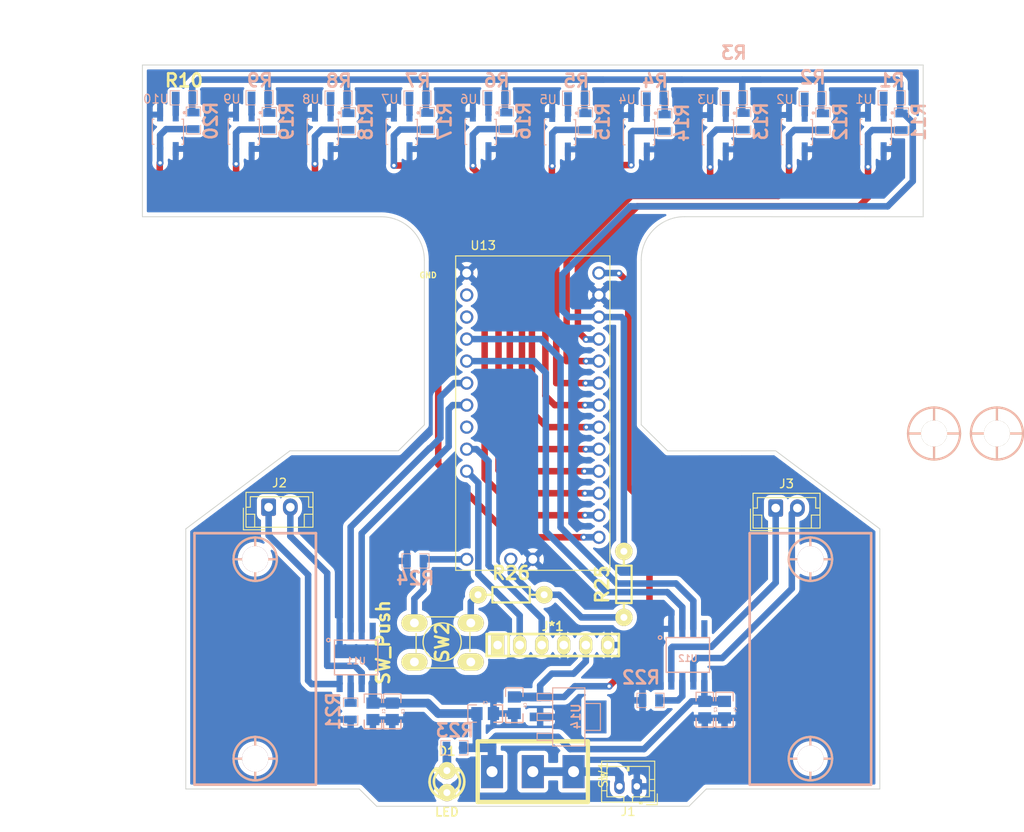
<source format=kicad_pcb>
(kicad_pcb (version 20211014) (generator pcbnew)
  (layers (0 "F.Cu" signal) (31 "B.Cu" signal) (34 "B.Paste" user) (35 "F.Paste" user) (36 "B.SilkS" user "B.Silkscreen") (37 "F.SilkS" user "F.Silkscreen") (38 "B.Mask" user) (39 "F.Mask" user) (44 "Edge.Cuts" user))
  (net 0 "")
  (net 1 "VCC")
  (net 2 "GND")
  (net 3 "+5V")
  (net 4 "Net-(D1-Pad2)")
  (net 5 "Net-(J1-Pad2)")
  (net 6 "/MOTOR_IZQ_L")
  (net 7 "/MOTOR_IZQ_R")
  (net 8 "/MOTOR_DER_L")
  (net 9 "/MOTOR_DER_R")
  (net 10 "+3V3")
  (net 11 "Net-(R1-Pad2)")
  (net 12 "Net-(R2-Pad2)")
  (net 13 "Net-(R3-Pad2)")
  (net 14 "Net-(R4-Pad2)")
  (net 15 "Net-(R5-Pad2)")
  (net 16 "Net-(R6-Pad2)")
  (net 17 "Net-(R7-Pad2)")
  (net 18 "Net-(R8-Pad2)")
  (net 19 "Net-(R9-Pad2)")
  (net 20 "Net-(R10-Pad2)")
  (net 21 "/A9")
  (net 22 "/A6")
  (net 23 "/A7")
  (net 24 "/A8")
  (net 25 "/A2")
  (net 26 "/A3")
  (net 27 "/A4")
  (net 28 "/A5")
  (net 29 "/A0")
  (net 30 "/A1")
  (net 31 "Net-(R21-Pad1)")
  (net 32 "Net-(R22-Pad1)")
  (net 33 "/PIN_ENTER")
  (net 34 "/PIN_L_DER")
  (net 35 "/PIN_R_DER")
  (net 37 "/PIN_L_IZQ")
  (net 38 "/PIN_R_IZQ")
  (net 44 "/Tx")
  (net 45 "/Rx")
  (footprint "EESTN5:RES0.3" (layer "F.Cu") (at 150.5 116.4 90)
    (fp_text reference "R25")
    (fp_text value "0" hide)
  )
  (footprint "EESTN5:HC-05" (layer "F.Cu") (at 142.3 123.4)
    (fp_text reference "J*1")
    (fp_text value "HC-05" hide)
  )
  (footprint "EESTN5:RES0.3" (layer "F.Cu") (at 137.5 117.6)
    (fp_text reference "R26")
    (fp_text value "0" hide)
  )
  (footprint "EESTN5:hole_3mm" (layer "F.Cu") (at 193.5 99)
    (fp_text reference "H1" hide)
    (fp_text value "Mounting_Hole" hide)
  )
  (footprint "Connector_JST:JST_EH_B2B-EH-A_1x02_P2.50mm_Vertical" (layer "F.Cu") (at 168 107.6)
    (fp_text reference "J3")
    (fp_text value "MOTOR DERECHO")
  )
  (footprint "EESTN5:led_3mm_clear" (layer "F.Cu") (at 130.1 139.15 180)
    (fp_text reference "D1")
    (fp_text value "LED")
  )
  (footprint "EESTN5:SW_SPDT_TH_Vertical" (layer "F.Cu") (at 140 138 -90)
    (fp_text reference "SW1")
    (fp_text value "SW_SPDT" hide)
  )
  (footprint "Connector_JST:JST_PH_B2B-PH-K_1x02_P2.00mm_Vertical" (layer "F.Cu") (at 151.99 139.7 180)
    (fp_text reference "J1")
    (fp_text value "BATT")
  )
  (footprint "EESTN5:hole_3mm" (layer "F.Cu") (at 186.25 99)
    (fp_text reference "H3" hide)
    (fp_text value "Mounting_Hole" hide)
  )
  (footprint "Connector_JST:JST_EH_B2B-EH-A_1x02_P2.50mm_Vertical" (layer "F.Cu") (at 109.55 107.5)
    (fp_text reference "J2")
    (fp_text value "MOTOR IZQUIERDO")
  )
  (footprint "DEV-15583:MODULE_DEV-15583" (layer "F.Cu") (at 140 97)
    (fp_text reference "U13")
    (fp_text value "DEV-15583")
  )
  (footprint "EESTN5:Pulsador_TH_4" (layer "F.Cu") (at 129.6 123.1 90)
    (fp_text reference "SW2")
    (fp_text value "SW_Push")
  )
  (footprint "EESTN5:R_0805" (layer "B.Cu") (at 100.88 62.93575 90)
    (fp_text reference "R20")
    (fp_text value "10k" hide)
  )
  (footprint "EESTN5:R_0805" (layer "B.Cu") (at 131 135.25 180)
    (fp_text reference "R23")
    (fp_text value "1k" hide)
  )
  (footprint "EESTN5:R_0805" (layer "B.Cu") (at 145.01 60.33575 180)
    (fp_text reference "R5")
    (fp_text value "120" hide)
  )
  (footprint "EESTN5:C_0805" (layer "B.Cu") (at 121.57 131.0475 90)
    (fp_text reference "C1")
    (fp_text value "47uf" hide)
  )
  (footprint "EESTN5:R_0805" (layer "B.Cu") (at 173.44 63.03825 90)
    (fp_text reference "R12")
    (fp_text value "10k" hide)
  )
  (footprint "EESTN5:R_0805" (layer "B.Cu") (at 99.79175 60.28575 180)
    (fp_text reference "R10")
    (fp_text value "120" hide)
  )
  (footprint "EESTN5:SSOP-8" (layer "B.Cu") (at 119.64 124.8275)
    (fp_text reference "U11")
    (fp_text value "DRV DER" hide)
  )
  (footprint "EESTN5:R_0805" (layer "B.Cu") (at 172.29175 60.38575 180)
    (fp_text reference "R2")
    (fp_text value "120" hide)
  )
  (footprint "EESTN5:R_0805" (layer "B.Cu") (at 182.5 63.0475 90)
    (fp_text reference "R11")
    (fp_text value "10k" hide)
  )
  (footprint "qre1113:SOIC180P460X187-4N" (layer "B.Cu") (at 124.89 64.214 180)
    (fp_text reference "U7")
    (fp_text value "QRE1113" hide)
  )
  (footprint "EESTN5:Pololu_Micro_Con_Soporte_Simple" (layer "B.Cu") (at 172 125 -90)
    (fp_text reference "H4" hide)
    (fp_text value "Mounting_Hole" hide)
  )
  (footprint "EESTN5:R_0805" (layer "B.Cu") (at 108.53175 60.27575 180)
    (fp_text reference "R9")
    (fp_text value "120" hide)
  )
  (footprint "EESTN5:R_0805" (layer "B.Cu") (at 119 131.03575 -90)
    (fp_text reference "R21")
    (fp_text value "1" hide)
  )
  (footprint "qre1113:SOIC180P460X187-4N" (layer "B.Cu") (at 143.14 64.254 180)
    (fp_text reference "U5")
    (fp_text value "QRE1113" hide)
  )
  (footprint "EESTN5:C_0805" (layer "B.Cu") (at 162.1 130.8475 90)
    (fp_text reference "C4")
    (fp_text value "0.1uf" hide)
  )
  (footprint "EESTN5:SSOP-8" (layer "B.Cu") (at 157.87 124.5375)
    (fp_text reference "U12")
    (fp_text value "DRV IZQ" hide)
  )
  (footprint "EESTN5:R_0805" (layer "B.Cu") (at 155.2 63.1575 90)
    (fp_text reference "R14")
    (fp_text value "10k" hide)
  )
  (footprint "qre1113:SOIC180P460X187-4N" (layer "B.Cu") (at 106.69 64.19575 180)
    (fp_text reference "U9")
    (fp_text value "QRE1113" hide)
  )
  (footprint "qre1113:SOIC180P460X187-4N" (layer "B.Cu") (at 115.79 64.214 180)
    (fp_text reference "U8")
    (fp_text value "QRE1113" hide)
  )
  (footprint "EESTN5:SOT223" (layer "B.Cu") (at 144.145 131.69 90)
    (fp_text reference "U14")
    (fp_text value "L7805" hide)
  )
  (footprint "qre1113:SOIC180P460X187-4N" (layer "B.Cu") (at 161.34 64.254 180)
    (fp_text reference "U3")
    (fp_text value "QRE1113" hide)
  )
  (footprint "qre1113:SOIC180P460X187-4N" (layer "B.Cu") (at 97.94 64.19575 180)
    (fp_text reference "U10")
    (fp_text value "QRE1113" hide)
  )
  (footprint "EESTN5:C_0805" (layer "B.Cu") (at 134.5125 131.3 180)
    (fp_text reference "C5")
    (fp_text value "10uf" hide)
  )
  (footprint "EESTN5:R_0805" (layer "B.Cu") (at 163.19175 60.28575 180)
    (fp_text reference "R3")
    (fp_text value "120" hide)
  )
  (footprint "EESTN5:C_0805" (layer "B.Cu") (at 159.82 130.8475 90)
    (fp_text reference "C2")
    (fp_text value "47uf" hide)
  )
  (footprint "EESTN5:R_0805" (layer "B.Cu") (at 117.64 60.31575 180)
    (fp_text reference "R8")
    (fp_text value "120" hide)
  )
  (footprint "qre1113:SOIC180P460X187-4N" (layer "B.Cu") (at 179.54 64.2175 180)
    (fp_text reference "U1")
    (fp_text value "QRE1113" hide)
  )
  (footprint "EESTN5:R_0805" (layer "B.Cu") (at 118.74 63.0175 90)
    (fp_text reference "R18")
    (fp_text value "10k" hide)
  )
  (footprint "EESTN5:R_0805" (layer "B.Cu") (at 154.0925 60.34575 180)
    (fp_text reference "R4")
    (fp_text value "120" hide)
  )
  (footprint "EESTN5:R_0805" (layer "B.Cu") (at 126.4475 113.7)
    (fp_text reference "R24")
    (fp_text value "10k" hide)
  )
  (footprint "EESTN5:R_0805" (layer "B.Cu") (at 109.63 62.98575 90)
    (fp_text reference "R19")
    (fp_text value "10k" hide)
  )
  (footprint "qre1113:SOIC180P460X187-4N" (layer "B.Cu") (at 170.44 64.23575 180)
    (fp_text reference "U2")
    (fp_text value "QRE1113" hide)
  )
  (footprint "EESTN5:R_0805" (layer "B.Cu") (at 136.94 62.93825 90)
    (fp_text reference "R16")
    (fp_text value "10k" hide)
  )
  (footprint "qre1113:SOIC180P460X187-4N" (layer "B.Cu") (at 152.24 64.254 180)
    (fp_text reference "U4")
    (fp_text value "QRE1113" hide)
  )
  (footprint "EESTN5:C_0805" (layer "B.Cu") (at 137.87 130.34 90)
    (fp_text reference "C6")
    (fp_text value "100nf" hide)
  )
  (footprint "EESTN5:R_0805" (layer "B.Cu") (at 153.6 129.7835 180)
    (fp_text reference "R22")
    (fp_text value "1" hide)
  )
  (footprint "EESTN5:C_0805" (layer "B.Cu") (at 123.8 131.0475 90)
    (fp_text reference "C3")
    (fp_text value "0.1uf" hide)
  )
  (footprint "EESTN5:R_0805" (layer "B.Cu") (at 181.39175 60.28575 180)
    (fp_text reference "R1")
    (fp_text value "120" hide)
  )
  (footprint "qre1113:SOIC180P460X187-4N" (layer "B.Cu") (at 133.99 64.214 180)
    (fp_text reference "U6")
    (fp_text value "QRE1113" hide)
  )
  (footprint "EESTN5:R_0805" (layer "B.Cu") (at 126.74 60.30575 180)
    (fp_text reference "R7")
    (fp_text value "120" hide)
  )
  (footprint "EESTN5:Pololu_Micro_Con_Soporte_Simple" (layer "B.Cu") (at 108 125 90)
    (fp_text reference "H2" hide)
    (fp_text value "Mounting_Hole" hide)
  )
  (footprint "EESTN5:R_0805" (layer "B.Cu") (at 146.06 63.024 90)
    (fp_text reference "R15")
    (fp_text value "10k" hide)
  )
  (footprint "EESTN5:R_0805" (layer "B.Cu") (at 135.84 60.28575 180)
    (fp_text reference "R6")
    (fp_text value "120" hide)
  )
  (footprint "EESTN5:R_0805" (layer "B.Cu") (at 164.3 62.99575 90)
    (fp_text reference "R13")
    (fp_text value "10k" hide)
  )
  (footprint "EESTN5:R_0805" (layer "B.Cu") (at 127.84 62.98575 90)
    (fp_text reference "R17")
    (fp_text value "10k" hide)
  )
  (gr_line (start 95 56.5) (end 185 56.5) (layer "Edge.Cuts") (width 0.1))
  (gr_line (start 180 110) (end 180 140) (layer "Edge.Cuts") (width 0.1))
  (gr_line (start 185 56.5) (end 185 62) (layer "Edge.Cuts") (width 0.1))
  (gr_line (start 127.5 98) (end 124.5 101) (layer "Edge.Cuts") (width 0.1))
  (gr_line (start 120 140) (end 100 140) (layer "Edge.Cuts") (width 0.1))
  (gr_line (start 95 56.5) (end 95 62) (layer "Edge.Cuts") (width 0.1))
  (gr_line (start 95 62) (end 95 74) (layer "Edge.Cuts") (width 0.1))
  (gr_line (start 168 101) (end 180 110) (layer "Edge.Cuts") (width 0.1))
  (gr_line (start 127.5 79) (end 127.5 98) (layer "Edge.Cuts") (width 0.1))
  (gr_line (start 152.5 98) (end 155.55 101.01) (layer "Edge.Cuts") (width 0.1))
  (gr_line (start 185 62) (end 185 74) (layer "Edge.Cuts") (width 0.1))
  (gr_line (start 160 140) (end 158 142) (layer "Edge.Cuts") (width 0.1))
  (gr_line (start 152.5 79) (end 152.5 98) (layer "Edge.Cuts") (width 0.1))
  (gr_arc (start 152.5 78.99) (mid 153.964466 75.454466) (end 157.5 73.99) (layer "Edge.Cuts") (width 0.1))
  (gr_line (start 100 110) (end 100 140) (layer "Edge.Cuts") (width 0.1))
  (gr_line (start 158 142) (end 122 142) (layer "Edge.Cuts") (width 0.1))
  (gr_line (start 112 101) (end 124.5 101) (layer "Edge.Cuts") (width 0.1))
  (gr_line (start 180 140) (end 160 140) (layer "Edge.Cuts") (width 0.1))
  (gr_line (start 157.5 73.99) (end 185 74) (layer "Edge.Cuts") (width 0.1))
  (gr_arc (start 122.5 74) (mid 126.035534 75.464466) (end 127.5 79) (layer "Edge.Cuts") (width 0.1))
  (gr_line (start 155.55 101.01) (end 168 101) (layer "Edge.Cuts") (width 0.1))
  (gr_line (start 112 101) (end 100 110) (layer "Edge.Cuts") (width 0.1))
  (gr_line (start 120 140) (end 122 142) (layer "Edge.Cuts") (width 0.1))
  (gr_line (start 122.5 74) (end 95 74) (layer "Edge.Cuts") (width 0.1))
  (segment (start 133.38 135.25) (end 135.24 135.25) (width 1) (layer "B.Cu") (net 1))
  (segment (start 135.84 133.99) (end 140.845 133.99) (width 1) (layer "B.Cu") (net 1))
  (segment (start 129.1 131.3) (end 127.895 130.095) (width 1) (layer "B.Cu") (net 1))
  (segment (start 133.56 131.3) (end 129.1 131.3) (width 1) (layer "B.Cu") (net 1))
  (segment (start 162.1 129.895) (end 159.82 129.895) (width 1) (layer "B.Cu") (net 1))
  (segment (start 152.8157 135.4) (end 144.3 135.4) (width 0.75) (layer "B.Cu") (net 1))
  (segment (start 135.3 134.53) (end 135.84 133.99) (width 1) (layer "B.Cu") (net 1))
  (segment (start 133.56 135.07) (end 133.38 135.25) (width 1) (layer "B.Cu") (net 1))
  (segment (start 121.57 127.8525) (end 121.545 127.8275) (width 1) (layer "B.Cu") (net 1))
  (segment (start 133.56 131.3) (end 133.56 135.07) (width 1) (layer "B.Cu") (net 1))
  (segment (start 121.57 130.095) (end 121.57 127.8525) (width 1) (layer "B.Cu") (net 1))
  (segment (start 144.3 135.4) (end 142.89 133.99) (width 0.75) (layer "B.Cu") (net 1))
  (segment (start 158.3207 129.895) (end 152.8157 135.4) (width 0.75) (layer "B.Cu") (net 1))
  (segment (start 131.9525 135.25) (end 133.38 135.25) (width 1) (layer "B.Cu") (net 1))
  (segment (start 127.895 130.095) (end 123.8 130.095) (width 1) (layer "B.Cu") (net 1))
  (segment (start 135.3 138) (end 135.3 135.19) (width 1) (layer "B.Cu") (net 1))
  (segment (start 159.775 127.5375) (end 159.775 129.85) (width 0.75) (layer "B.Cu") (net 1))
  (segment (start 142.89 133.99) (end 140.845 133.99) (width 0.75) (layer "B.Cu") (net 1))
  (segment (start 121.57 130.095) (end 123.8 130.095) (width 1) (layer "B.Cu") (net 1))
  (segment (start 135.3 135.19) (end 135.3 134.53) (width 1) (layer "B.Cu") (net 1))
  (segment (start 159.775 129.85) (end 159.82 129.895) (width 0.75) (layer "B.Cu") (net 1))
  (segment (start 159.82 129.895) (end 158.3207 129.895) (width 0.75) (layer "B.Cu") (net 1))
  (segment (start 135.24 135.25) (end 135.3 135.19) (width 1) (layer "B.Cu") (net 1))
  (segment (start 121.55825 131.98825) (end 121.57 132) (width 1) (layer "B.Cu") (net 2))
  (segment (start 151 81.6) (end 149.925 80.525) (width 0.75) (layer "F.Cu") (net 3))
  (segment (start 153.45 107.6) (end 151 105.15) (width 0.75) (layer "F.Cu") (net 3))
  (segment (start 151 105.15) (end 151 81.6) (width 0.75) (layer "F.Cu") (net 3))
  (segment (start 153.45 123.5) (end 153.45 107.6) (width 0.75) (layer "F.Cu") (net 3))
  (segment (start 148.8 128.15) (end 153.45 123.5) (width 0.75) (layer "F.Cu") (net 3))
  (via (at 149.925 80.525) (size 0.8) (drill 0.4) (layers "F.Cu" "B.Cu") (net 3))
  (via (at 148.8 128.15) (size 0.8) (drill 0.4) (layers "F.Cu" "B.Cu") (net 3))
  (segment (start 140.845 129.39) (end 143.61 129.39) (width 0.75) (layer "B.Cu") (net 3))
  (segment (start 144.85 128.15) (end 148.8 128.15) (width 0.75) (layer "B.Cu") (net 3))
  (segment (start 137.87 129.3875) (end 140.8425 129.3875) (width 1) (layer "B.Cu") (net 3))
  (segment (start 147.62 80.49) (end 149.89 80.49) (width 0.75) (layer "B.Cu") (net 3))
  (segment (start 140.845 128.055) (end 142.2 126.7) (width 0.75) (layer "B.Cu") (net 3))
  (segment (start 144.7 126.7) (end 146.11 125.29) (width 0.75) (layer "B.Cu") (net 3))
  (segment (start 143.61 129.39) (end 144.3 128.7) (width 0.75) (layer "B.Cu") (net 3))
  (segment (start 144.3 128.7) (end 144.85 128.15) (width 0.75) (layer "B.Cu") (net 3))
  (segment (start 142.2 126.7) (end 144.7 126.7) (width 0.75) (layer "B.Cu") (net 3))
  (segment (start 149.89 80.49) (end 149.925 80.525) (width 0.75) (layer "B.Cu") (net 3))
  (segment (start 149.925 80.525) (end 149.95 80.55) (width 0.75) (layer "B.Cu") (net 3))
  (segment (start 140.845 129.39) (end 140.845 128.055) (width 0.75) (layer "B.Cu") (net 3))
  (segment (start 140.8425 129.3875) (end 140.845 129.39) (width 1) (layer "B.Cu") (net 3))
  (segment (start 146.11 125.29) (end 146.11 123.4) (width 0.75) (layer "B.Cu") (net 3))
  (segment (start 130.1 137.88) (end 130.1 135.3025) (width 1) (layer "B.Cu") (net 4))
  (segment (start 130.1 135.3025) (end 130.0475 135.25) (width 1) (layer "B.Cu") (net 4))
  (segment (start 130.0575 137.8375) (end 130.1 137.88) (width 1) (layer "B.Cu") (net 4))
  (segment (start 140 138) (end 144.7 138) (width 1) (layer "B.Cu") (net 5))
  (segment (start 149.63 138) (end 144.7 138) (width 1) (layer "B.Cu") (net 5))
  (segment (start 149.99 139.7) (end 149.99 138.36) (width 1) (layer "B.Cu") (net 5))
  (segment (start 149.99 138.36) (end 149.63 138) (width 1) (layer "B.Cu") (net 5))
  (segment (start 168 116.2) (end 160.6 123.6) (width 0.75) (layer "B.Cu") (net 6))
  (segment (start 156.1 123.6) (end 155.965 123.735) (width 0.75) (layer "B.Cu") (net 6))
  (segment (start 168 107.6) (end 168 116.2) (width 0.75) (layer "B.Cu") (net 6))
  (segment (start 160.6 123.6) (end 156.1 123.6) (width 0.75) (layer "B.Cu") (net 6))
  (segment (start 155.965 123.735) (end 155.965 127.5375) (width 0.75) (layer "B.Cu") (net 6))
  (segment (start 161.843503 124.9) (end 159 124.9) (width 0.75) (layer "B.Cu") (net 7))
  (segment (start 169.854999 116.888504) (end 161.843503 124.9) (width 0.75) (layer "B.Cu") (net 7))
  (segment (start 159 124.9) (end 158.505 125.395) (width 0.75) (layer "B.Cu") (net 7))
  (segment (start 158.505 125.395) (end 158.505 127.5375) (width 0.75) (layer "B.Cu") (net 7))
  (segment (start 169.854999 108.245001) (end 169.854999 116.888504) (width 0.75) (layer "B.Cu") (net 7))
  (segment (start 170.5 107.6) (end 169.854999 108.245001) (width 0.75) (layer "B.Cu") (net 7))
  (segment (start 109.55 107.5) (end 109.55 110.75) (width 0.75) (layer "B.Cu") (net 8))
  (segment (start 117.6625 127.9) (end 117.735 127.8275) (width 0.75) (layer "B.Cu") (net 8))
  (segment (start 114.5 127.9) (end 117.6625 127.9) (width 0.75) (layer "B.Cu") (net 8))
  (segment (start 114.1 115.3) (end 114.1 127.5) (width 0.75) (layer "B.Cu") (net 8))
  (segment (start 114.1 127.5) (end 114.5 127.9) (width 0.75) (layer "B.Cu") (net 8))
  (segment (start 109.55 110.75) (end 114.1 115.3) (width 0.75) (layer "B.Cu") (net 8))
  (segment (start 112.05 110.85) (end 116.3 115.1) (width 0.75) (layer "B.Cu") (net 9))
  (segment (start 116.3 125.8) (end 119.4831 125.8) (width 0.75) (layer "B.Cu") (net 9))
  (segment (start 116.3 115.1) (end 116.3 125.8) (width 0.75) (layer "B.Cu") (net 9))
  (segment (start 119.4831 125.8) (end 120.275 126.5919) (width 0.75) (layer "B.Cu") (net 9))
  (segment (start 120.275 126.5919) (end 120.275 127.8275) (width 0.75) (layer "B.Cu") (net 9))
  (segment (start 112.05 107.5) (end 112.05 110.85) (width 0.75) (layer "B.Cu") (net 9))
  (segment (start 150.22 85.57) (end 147.62 85.57) (width 0.75) (layer "B.Cu") (net 10))
  (segment (start 127.6925 60.30575) (end 127.6925 58.43825) (width 0.75) (layer "B.Cu") (net 10))
  (segment (start 100.74425 60.28575) (end 100.74425 61.8475) (width 0.75) (layer "B.Cu") (net 10))
  (segment (start 157.205 58.18575) (end 155.045 58.18575) (width 0.75) (layer "B.Cu") (net 10))
  (segment (start 118.5925 61.9175) (end 118.74 62.065) (width 0.75) (layer "B.Cu") (net 10))
  (segment (start 173.24425 60.38575) (end 173.24425 61.89) (width 0.75) (layer "B.Cu") (net 10))
  (segment (start 148.1125 58.18575) (end 145.9625 58.18575) (width 0.75) (layer "B.Cu") (net 10))
  (segment (start 127.44 58.18575) (end 118.44 58.18575) (width 0.75) (layer "B.Cu") (net 10))
  (segment (start 145.9625 61.974) (end 146.06 62.0715) (width 0.75) (layer "B.Cu") (net 10))
  (segment (start 118.5925 60.31575) (end 118.5925 61.9175) (width 0.75) (layer "B.Cu") (net 10))
  (segment (start 118.5925 58.33825) (end 118.44 58.18575) (width 0.75) (layer "B.Cu") (net 10))
  (segment (start 109.48425 61.8875) (end 109.63 62.03325) (width 0.75) (layer "B.Cu") (net 10))
  (segment (start 127.6925 61.88575) (end 127.84 62.03325) (width 0.75) (layer "B.Cu") (net 10))
  (segment (start 136.7925 60.28575) (end 136.7925 58.33325) (width 0.75) (layer "B.Cu") (net 10))
  (segment (start 143.4 80.65) (end 143.4 84.8) (width 0.75) (layer "B.Cu") (net 10))
  (segment (start 140 117.6) (end 141.31 117.6) (width 0.75) (layer "B.Cu") (net 10))
  (segment (start 173.24425 58.3815) (end 173.24425 60.38575) (width 0.75) (layer "B.Cu") (net 10))
  (segment (start 155.045 58.18575) (end 155.045 60.34575) (width 0.75) (layer "B.Cu") (net 10))
  (segment (start 164.14425 60.28575) (end 164.14425 61.8875) (width 0.75) (layer "B.Cu") (net 10))
  (segment (start 181.94 58.18575) (end 173.44 58.18575) (width 0.75) (layer "B.Cu") (net 10))
  (segment (start 182.34425 58.59) (end 181.94 58.18575) (width 0.75) (layer "B.Cu") (net 10))
  (segment (start 118.5925 60.31575) (end 118.5925 58.33825) (width 0.75) (layer "B.Cu") (net 10))
  (segment (start 182.5 62.095) (end 182.754 62.095) (width 0.75) (layer "B.Cu") (net 10))
  (segment (start 118.44 58.18575) (end 109.44 58.18575) (width 0.75) (layer "B.Cu") (net 10))
  (segment (start 143.4 84.8) (end 144.17 85.57) (width 0.75) (layer "B.Cu") (net 10))
  (segment (start 145.9625 60.33575) (end 145.9625 61.974) (width 0.75) (layer "B.Cu") (net 10))
  (segment (start 183.8 63.141) (end 183.8 69.9) (width 0.75) (layer "B.Cu") (net 10))
  (segment (start 109.44 58.18575) (end 101.44 58.18575) (width 0.75) (layer "B.Cu") (net 10))
  (segment (start 173.44 58.18575) (end 166.24425 58.18575) (width 0.75) (layer "B.Cu") (net 10))
  (segment (start 127.6925 60.30575) (end 127.6925 61.88575) (width 0.75) (layer "B.Cu") (net 10))
  (segment (start 164.14425 61.8875) (end 164.3 62.04325) (width 0.75) (layer "B.Cu") (net 10))
  (segment (start 109.48425 58.23) (end 109.44 58.18575) (width 0.75) (layer "B.Cu") (net 10))
  (segment (start 182.34425 60.28575) (end 182.34425 61.93925) (width 0.75) (layer "B.Cu") (net 10))
  (segment (start 151.25 72.8) (end 143.4 80.65) (width 0.75) (layer "B.Cu") (net 10))
  (segment (start 183.8 69.9) (end 180.9 72.8) (width 0.75) (layer "B.Cu") (net 10))
  (segment (start 150.5 85.85) (end 150.22 85.57) (width 0.75) (layer "B.Cu") (net 10))
  (segment (start 155.2 60.50075) (end 155.045 60.34575) (width 0.75) (layer "B.Cu") (net 10))
  (segment (start 136.7925 60.28575) (end 136.7925 61.83825) (width 0.75) (layer "B.Cu") (net 10))
  (segment (start 150.5 112.59) (end 150.5 85.85) (width 0.75) (layer "B.Cu") (net 10))
  (segment (start 164.14425 58.18575) (end 164.14425 60.28575) (width 0.75) (layer "B.Cu") (net 10))
  (segment (start 180.9 72.8) (end 151.25 72.8) (width 0.75) (layer "B.Cu") (net 10))
  (segment (start 136.7925 61.83825) (end 136.94 61.98575) (width 0.75) (layer "B.Cu") (net 10))
  (segment (start 166.24425 58.18575) (end 157.205 58.18575) (width 0.75) (layer "B.Cu") (net 10))
  (segment (start 100.74425 58.8815) (end 100.74425 60.28575) (width 0.75) (layer "B.Cu") (net 10))
  (segment (start 173.24425 61.89) (end 173.44 62.08575) (width 0.75) (layer "B.Cu") (net 10))
  (segment (start 145.61 120.21) (end 143 117.6) (width 0.75) (layer "B.Cu") (net 10))
  (segment (start 144.17 85.57) (end 147.62 85.57) (width 0.75) (layer "B.Cu") (net 10))
  (segment (start 145.9625 58.18575) (end 145.9625 60.33575) (width 0.75) (layer "B.Cu") (net 10))
  (segment (start 155.2 62.205) (end 155.2 60.50075) (width 0.75) (layer "B.Cu") (net 10))
  (segment (start 173.44 58.18575) (end 173.24425 58.3815) (width 0.75) (layer "B.Cu") (net 10))
  (segment (start 132.85 118.44) (end 133.69 117.6) (width 0.75) (layer "B.Cu") (net 10))
  (segment (start 182.754 62.095) (end 183.8 63.141) (width 0.75) (layer "B.Cu") (net 10))
  (segment (start 132.85 120.85) (end 132.85 118.44) (width 0.75) (layer "B.Cu") (net 10))
  (segment (start 148.1125 58.18575) (end 136.94 58.18575) (width 0.75) (layer "B.Cu") (net 10))
  (segment (start 182.34425 61.93925) (end 182.5 62.095) (width 0.75) (layer "B.Cu") (net 10))
  (segment (start 137.46 115.06) (end 140 117.6) (width 0.75) (layer "B.Cu") (net 10))
  (segment (start 157.205 58.18575) (end 148.1125 58.18575) (width 0.75) (layer "B.Cu") (net 10))
  (segment (start 136.7925 58.33325) (end 136.94 58.18575) (width 0.75) (layer "B.Cu") (net 10))
  (segment (start 101.44 58.18575) (end 100.74425 58.8815) (width 0.75) (layer "B.Cu") (net 10))
  (segment (start 109.48425 60.27575) (end 109.48425 58.23) (width 0.75) (layer "B.Cu") (net 10))
  (segment (start 166.24425 58.18575) (end 164.14425 58.18575) (width 0.75) (layer "B.Cu") (net 10))
  (segment (start 137.46 113.51) (end 137.46 115.06) (width 0.75) (layer "B.Cu") (net 10))
  (segment (start 143 117.6) (end 141.31 117.6) (width 0.75) (layer "B.Cu") (net 10))
  (segment (start 109.48425 60.27575) (end 109.48425 61.8875) (width 0.75) (layer "B.Cu") (net 10))
  (segment (start 127.6925 58.43825) (end 127.44 58.18575) (width 0.75) (layer "B.Cu") (net 10))
  (segment (start 100.74425 61.8475) (end 100.88 61.98325) (width 0.75) (layer "B.Cu") (net 10))
  (segment (start 136.94 58.18575) (end 127.44 58.18575) (width 0.75) (layer "B.Cu") (net 10))
  (segment (start 150.5 120.21) (end 145.61 120.21) (width 0.75) (layer "B.Cu") (net 10))
  (segment (start 182.34425 60.28575) (end 182.34425 58.59) (width 0.75) (layer "B.Cu") (net 10))
  (segment (start 180.43925 62.24175) (end 180.44 62.2425) (width 0.75) (layer "B.Cu") (net 11))
  (segment (start 180.43925 60.28575) (end 180.43925 62.24175) (width 0.75) (layer "B.Cu") (net 11))
  (segment (start 171.33925 60.38575) (end 171.33925 62.26) (width 0.75) (layer "B.Cu") (net 12))
  (segment (start 171.33925 62.26) (end 171.34 62.26075) (width 0.75) (layer "B.Cu") (net 12))
  (segment (start 162.23925 60.28575) (end 162.23925 62.27825) (width 0.75) (layer "B.Cu") (net 13))
  (segment (start 162.23925 62.27825) (end 162.24 62.279) (width 0.75) (layer "B.Cu") (net 13))
  (segment (start 153.14 62.279) (end 153.14 60.34575) (width 0.75) (layer "B.Cu") (net 14))
  (segment (start 144.0575 62.2615) (end 144.04 62.279) (width 0.75) (layer "B.Cu") (net 15))
  (segment (start 144.0575 60.33575) (end 144.0575 62.2615) (width 0.75) (layer "B.Cu") (net 15))
  (segment (start 134.8875 62.2365) (end 134.89 62.239) (width 0.75) (layer "B.Cu") (net 16))
  (segment (start 134.8875 60.28575) (end 134.8875 62.2365) (width 0.75) (layer "B.Cu") (net 16))
  (segment (start 125.7875 60.30575) (end 125.7875 62.2365) (width 0.75) (layer "B.Cu") (net 17))
  (segment (start 125.7875 62.2365) (end 125.79 62.239) (width 0.75) (layer "B.Cu") (net 17))
  (segment (start 116.6875 62.2365) (end 116.69 62.239) (width 0.75) (layer "B.Cu") (net 18))
  (segment (start 116.6875 60.31575) (end 116.6875 62.2365) (width 0.75) (layer "B.Cu") (net 18))
  (segment (start 107.57925 60.27575) (end 107.57925 62.21) (width 0.75) (layer "B.Cu") (net 19))
  (segment (start 107.57925 62.21) (end 107.59 62.22075) (width 0.75) (layer "B.Cu") (net 19))
  (segment (start 98.83925 62.22) (end 98.84 62.22075) (width 0.75) (layer "B.Cu") (net 20))
  (segment (start 98.83925 60.28575) (end 98.83925 62.22) (width 0.75) (layer "B.Cu") (net 20))
  (segment (start 152.05 72.8) (end 145.2 79.65) (width 0.75) (layer "F.Cu") (net 21))
  (segment (start 178.64 71.76) (end 177.6 72.8) (width 0.75) (layer "F.Cu") (net 21))
  (segment (start 178.64 68.24) (end 178.64 71.76) (width 0.75) (layer "F.Cu") (net 21))
  (segment (start 145.2 87.21) (end 146.14 88.15) (width 0.75) (layer "F.Cu") (net 21))
  (segment (start 145.2 79.65) (end 145.2 87.21) (width 0.75) (layer "F.Cu") (net 21))
  (segment (start 177.6 72.8) (end 152.05 72.8) (width 0.75) (layer "F.Cu") (net 21))
  (via (at 178.64 68.24) (size 0.8) (drill 0.4) (layers "F.Cu" "B.Cu") (net 21))
  (via (at 146.14 88.15) (size 0.8) (drill 0.4) (layers "F.Cu" "B.Cu") (net 21))
  (segment (start 179.12575 64) (end 182.5 64) (width 0.75) (layer "B.Cu") (net 21))
  (segment (start 178.64 64.48575) (end 179.12575 64) (width 0.75) (layer "B.Cu") (net 21))
  (segment (start 147.45 88.15) (end 146.14 88.15) (width 0.75) (layer "B.Cu") (net 21))
  (segment (start 178.64 66.1925) (end 178.64 64.48575) (width 0.75) (layer "B.Cu") (net 21))
  (segment (start 178.64 66.1925) (end 178.64 68.24) (width 0.75) (layer "B.Cu") (net 21))
  (segment (start 141.45 94.65) (end 141.45 75.8) (width 0.75) (layer "F.Cu") (net 22))
  (segment (start 146.03 95.73) (end 142.53 95.73) (width 0.75) (layer "F.Cu") (net 22))
  (segment (start 142.53 95.73) (end 141.45 94.65) (width 0.75) (layer "F.Cu") (net 22))
  (segment (start 149.21 68.04) (end 151.34 68.04) (width 0.75) (layer "F.Cu") (net 22))
  (segment (start 141.45 75.8) (end 149.21 68.04) (width 0.75) (layer "F.Cu") (net 22))
  (via (at 151.34 68.04) (size 0.8) (drill 0.4) (layers "F.Cu" "B.Cu") (net 22))
  (via (at 146.03 95.73) (size 0.8) (drill 0.4) (layers "F.Cu" "B.Cu") (net 22))
  (segment (start 151.34 64.28575) (end 151.51575 64.11) (width 0.75) (layer "B.Cu") (net 22))
  (segment (start 151.34 66.229) (end 151.34 64.28575) (width 0.75) (layer "B.Cu") (net 22))
  (segment (start 151.51575 64.11) (end 155.2 64.11) (width 0.75) (layer "B.Cu") (net 22))
  (segment (start 147.62 95.73) (end 146.03 95.73) (width 0.75) (layer "B.Cu") (net 22))
  (segment (start 151.34 66.229) (end 151.34 68.04) (width 0.75) (layer "B.Cu") (net 22))
  (segment (start 142.7 77.95) (end 150.95 69.7) (width 0.75) (layer "F.Cu") (net 23))
  (segment (start 150.95 69.7) (end 160.2 69.7) (width 0.75) (layer "F.Cu") (net 23))
  (segment (start 146.09 93.19) (end 142.7 93.19) (width 0.75) (layer "F.Cu") (net 23))
  (segment (start 142.7 93.19) (end 142.7 77.95) (width 0.75) (layer "F.Cu") (net 23))
  (segment (start 160.2 69.7) (end 160.44 69.46) (width 0.75) (layer "F.Cu") (net 23))
  (segment (start 160.44 69.46) (end 160.44 68.26) (width 0.75) (layer "F.Cu") (net 23))
  (via (at 146.09 93.19) (size 0.8) (drill 0.4) (layers "F.Cu" "B.Cu") (net 23))
  (via (at 160.44 68.26) (size 0.8) (drill 0.4) (layers "F.Cu" "B.Cu") (net 23))
  (segment (start 160.44 64.68575) (end 161.1775 63.94825) (width 0.75) (layer "B.Cu") (net 23))
  (segment (start 160.44 66.229) (end 160.44 64.68575) (width 0.75) (layer "B.Cu") (net 23))
  (segment (start 160.44 66.229) (end 160.44 68.26) (width 0.75) (layer "B.Cu") (net 23))
  (segment (start 147.62 93.19) (end 146.09 93.19) (width 0.75) (layer "B.Cu") (net 23))
  (segment (start 161.1775 63.94825) (end 164.3 63.94825) (width 0.75) (layer "B.Cu") (net 23))
  (segment (start 146.15 90.65) (end 143.9 90.65) (width 0.75) (layer "F.Cu") (net 24))
  (segment (start 151.35 71.6) (end 168.3 71.6) (width 0.75) (layer "F.Cu") (net 24))
  (segment (start 143.9 79.05) (end 151.35 71.6) (width 0.75) (layer "F.Cu") (net 24))
  (segment (start 143.9 90.65) (end 143.9 79.05) (width 0.75) (layer "F.Cu") (net 24))
  (segment (start 169.54 70.36) (end 169.54 68.14) (width 0.75) (layer "F.Cu") (net 24))
  (segment (start 168.3 71.6) (end 169.54 70.36) (width 0.75) (layer "F.Cu") (net 24))
  (via (at 169.54 68.14) (size 0.8) (drill 0.4) (layers "F.Cu" "B.Cu") (net 24))
  (via (at 146.15 90.65) (size 0.8) (drill 0.4) (layers "F.Cu" "B.Cu") (net 24))
  (segment (start 170.135 63.99075) (end 173.44 63.99075) (width 0.75) (layer "B.Cu") (net 24))
  (segment (start 169.54 64.58575) (end 170.135 63.99075) (width 0.75) (layer "B.Cu") (net 24))
  (segment (start 169.54 66.21075) (end 169.54 68.14) (width 0.75) (layer "B.Cu") (net 24))
  (segment (start 147.62 90.65) (end 146.15 90.65) (width 0.75) (layer "B.Cu") (net 24))
  (segment (start 169.54 66.21075) (end 169.54 64.58575) (width 0.75) (layer "B.Cu") (net 24))
  (segment (start 136.05 103.25) (end 136.05 76.15) (width 0.75) (layer "F.Cu") (net 25))
  (segment (start 129.6 69.7) (end 115.8 69.7) (width 0.75) (layer "F.Cu") (net 25))
  (segment (start 115.8 69.7) (end 115.7 69.8) (width 0.75) (layer "F.Cu") (net 25))
  (segment (start 114.89 68.99) (end 114.89 67.89) (width 0.75) (layer "F.Cu") (net 25))
  (segment (start 138.69 105.89) (end 136.05 103.25) (width 0.75) (layer "F.Cu") (net 25))
  (segment (start 136.05 76.15) (end 129.6 69.7) (width 0.75) (layer "F.Cu") (net 25))
  (segment (start 146.01 105.89) (end 138.69 105.89) (width 0.75) (layer "F.Cu") (net 25))
  (segment (start 115.7 69.8) (end 114.89 68.99) (width 0.75) (layer "F.Cu") (net 25))
  (via (at 146.01 105.89) (size 0.8) (drill 0.4) (layers "F.Cu" "B.Cu") (net 25))
  (via (at 114.89 67.89) (size 0.8) (drill 0.4) (layers "F.Cu" "B.Cu") (net 25))
  (segment (start 114.89 66.189) (end 114.89 64.73575) (width 0.75) (layer "B.Cu") (net 25))
  (segment (start 114.89 67.89) (end 114.9 67.9) (width 0.75) (layer "B.Cu") (net 25))
  (segment (start 114.89 66.189) (end 114.89 67.89) (width 0.75) (layer "B.Cu") (net 25))
  (segment (start 114.89 64.73575) (end 115.65575 63.97) (width 0.75) (layer "B.Cu") (net 25))
  (segment (start 147.62 105.89) (end 146.01 105.89) (width 0.75) (layer "B.Cu") (net 25))
  (segment (start 115.65575 63.97) (end 118.74 63.97) (width 0.75) (layer "B.Cu") (net 25))
  (segment (start 130.29 68.09) (end 123.99 68.09) (width 0.75) (layer "F.Cu") (net 26))
  (segment (start 137.35 75.15) (end 130.29 68.09) (width 0.75) (layer "F.Cu") (net 26))
  (segment (start 137.35 101.6) (end 137.35 75.15) (width 0.75) (layer "F.Cu") (net 26))
  (segment (start 139.1 103.35) (end 137.35 101.6) (width 0.75) (layer "F.Cu") (net 26))
  (segment (start 145.95 103.35) (end 139.1 103.35) (width 0.75) (layer "F.Cu") (net 26))
  (via (at 123.99 68.09) (size 0.8) (drill 0.4) (layers "F.Cu" "B.Cu") (net 26))
  (via (at 145.95 103.35) (size 0.8) (drill 0.4) (layers "F.Cu" "B.Cu") (net 26))
  (segment (start 123.99 64.63575) (end 123.99 66.189) (width 0.75) (layer "B.Cu") (net 26))
  (segment (start 147.62 103.35) (end 145.95 103.35) (width 0.75) (layer "B.Cu") (net 26))
  (segment (start 127.84 63.93825) (end 124.6875 63.93825) (width 0.75) (layer "B.Cu") (net 26))
  (segment (start 123.99 66.189) (end 123.99 68.09) (width 0.75) (layer "B.Cu") (net 26))
  (segment (start 123.99 68.09) (end 124 68.1) (width 0.75) (layer "B.Cu") (net 26))
  (segment (start 124.6875 63.93825) (end 123.99 64.63575) (width 0.75) (layer "B.Cu") (net 26))
  (segment (start 139.65 100.8) (end 138.75 99.9) (width 0.75) (layer "F.Cu") (net 27))
  (segment (start 133.1 68.4) (end 133.1 68.1) (width 0.75) (layer "F.Cu") (net 27))
  (segment (start 146.11 100.81) (end 146.1 100.8) (width 0.75) (layer "F.Cu") (net 27))
  (segment (start 138.75 74.05) (end 133.1 68.4) (width 0.75) (layer "F.Cu") (net 27))
  (segment (start 138.75 99.9) (end 138.75 74.05) (width 0.75) (layer "F.Cu") (net 27))
  (segment (start 146.1 100.8) (end 139.65 100.8) (width 0.75) (layer "F.Cu") (net 27))
  (via (at 146.11 100.81) (size 0.8) (drill 0.4) (layers "F.Cu" "B.Cu") (net 27))
  (via (at 133.1 68.1) (size 0.8) (drill 0.4) (layers "F.Cu" "B.Cu") (net 27))
  (segment (start 133.09 66.189) (end 133.09 64.53575) (width 0.75) (layer "B.Cu") (net 27))
  (segment (start 147.62 100.81) (end 146.11 100.81) (width 0.75) (layer "B.Cu") (net 27))
  (segment (start 133.09 64.53575) (end 133.735 63.89075) (width 0.75) (layer "B.Cu") (net 27))
  (segment (start 133.09 68.09) (end 133.1 68.1) (width 0.75) (layer "B.Cu") (net 27))
  (segment (start 133.09 66.189) (end 133.09 68.09) (width 0.75) (layer "B.Cu") (net 27))
  (segment (start 133.735 63.89075) (end 136.94 63.89075) (width 0.75) (layer "B.Cu") (net 27))
  (segment (start 142.2 68.18) (end 142.24 68.14) (width 0.75) (layer "F.Cu") (net 28))
  (segment (start 141.62 98.27) (end 139.9 96.55) (width 0.75) (layer "F.Cu") (net 28))
  (segment (start 146.17 98.27) (end 141.62 98.27) (width 0.75) (layer "F.Cu") (net 28))
  (segment (start 142.2 73.3) (end 142.2 68.18) (width 0.75) (layer "F.Cu") (net 28))
  (segment (start 139.9 75.6) (end 142.2 73.3) (width 0.75) (layer "F.Cu") (net 28))
  (segment (start 139.9 96.55) (end 139.9 75.6) (width 0.75) (layer "F.Cu") (net 28))
  (via (at 142.24 68.14) (size 0.8) (drill 0.4) (layers "F.Cu" "B.Cu") (net 28))
  (via (at 146.17 98.27) (size 0.8) (drill 0.4) (layers "F.Cu" "B.Cu") (net 28))
  (segment (start 142.24 64.38575) (end 142.64925 63.9765) (width 0.75) (layer "B.Cu") (net 28))
  (segment (start 142.24 66.229) (end 142.24 68.14) (width 0.75) (layer "B.Cu") (net 28))
  (segment (start 142.24 66.229) (end 142.24 64.38575) (width 0.75) (layer "B.Cu") (net 28))
  (segment (start 147.62 98.27) (end 146.17 98.27) (width 0.75) (layer "B.Cu") (net 28))
  (segment (start 142.64925 63.9765) (end 146.06 63.9765) (width 0.75) (layer "B.Cu") (net 28))
  (segment (start 137.52 110.97) (end 129.1 102.55) (width 0.75) (layer "F.Cu") (net 29))
  (segment (start 97 71.6) (end 97 67.82575) (width 0.75) (layer "F.Cu") (net 29))
  (segment (start 97.9 72.5) (end 97 71.6) (width 0.75) (layer "F.Cu") (net 29))
  (segment (start 127.5 72.5) (end 97.9 72.5) (width 0.75) (layer "F.Cu") (net 29))
  (segment (start 97 67.82575) (end 97.04 67.78575) (width 0.75) (layer "F.Cu") (net 29))
  (segment (start 145.87 110.97) (end 137.52 110.97) (width 0.75) (layer "F.Cu") (net 29))
  (segment (start 129.1 74.1) (end 127.5 72.5) (width 0.75) (layer "F.Cu") (net 29))
  (segment (start 129.1 102.55) (end 129.1 74.1) (width 0.75) (layer "F.Cu") (net 29))
  (via (at 97.04 67.78575) (size 0.8) (drill 0.4) (layers "F.Cu" "B.Cu") (net 29))
  (via (at 145.87 110.97) (size 0.8) (drill 0.4) (layers "F.Cu" "B.Cu") (net 29))
  (segment (start 97.04 66.08575) (end 97.04 64.58575) (width 0.75) (layer "B.Cu") (net 29))
  (segment (start 97.7375 63.88825) (end 100.88 63.88825) (width 0.75) (layer "B.Cu") (net 29))
  (segment (start 97.04 64.58575) (end 97.7375 63.88825) (width 0.75) (layer "B.Cu") (net 29))
  (segment (start 147.62 110.97) (end 145.87 110.97) (width 0.75) (layer "B.Cu") (net 29))
  (segment (start 97.04 67.78575) (end 97.04 66.08575) (width 0.75) (layer "B.Cu") (net 29))
  (segment (start 97.04 66.17075) (end 97.04 66.08575) (width 0.75) (layer "B.Cu") (net 29))
  (segment (start 105.8 70.1) (end 105.8 67.9) (width 0.75) (layer "F.Cu") (net 30))
  (segment (start 138.73 108.43) (end 134.45 104.15) (width 0.75) (layer "F.Cu") (net 30))
  (segment (start 106.8 71.1) (end 105.8 70.1) (width 0.75) (layer "F.Cu") (net 30))
  (segment (start 128.2 71.1) (end 106.8 71.1) (width 0.75) (layer "F.Cu") (net 30))
  (segment (start 134.45 77.35) (end 128.2 71.1) (width 0.75) (layer "F.Cu") (net 30))
  (segment (start 146.03 108.43) (end 138.73 108.43) (width 0.75) (layer "F.Cu") (net 30))
  (segment (start 134.45 104.15) (end 134.45 77.35) (width 0.75) (layer "F.Cu") (net 30))
  (via (at 146.03 108.43) (size 0.8) (drill 0.4) (layers "F.Cu" "B.Cu") (net 30))
  (via (at 105.8 67.9) (size 0.8) (drill 0.4) (layers "F.Cu" "B.Cu") (net 30))
  (segment (start 105.79 67.89) (end 105.8 67.9) (width 0.75) (layer "B.Cu") (net 30))
  (segment (start 105.79 64.33575) (end 106.1875 63.93825) (width 0.75) (layer "B.Cu") (net 30))
  (segment (start 106.1875 63.93825) (end 109.63 63.93825) (width 0.75) (layer "B.Cu") (net 30))
  (segment (start 147.62 108.43) (end 146.03 108.43) (width 0.75) (layer "B.Cu") (net 30))
  (segment (start 105.79 66.17075) (end 105.79 64.33575) (width 0.75) (layer "B.Cu") (net 30))
  (segment (start 105.79 66.17075) (end 105.79 67.89) (width 0.75) (layer "B.Cu") (net 30))
  (segment (start 119.005 130.07825) (end 119 130.08325) (width 0.75) (layer "B.Cu") (net 31))
  (segment (start 119.005 127.8275) (end 119.005 130.07825) (width 0.75) (layer "B.Cu") (net 31))
  (segment (start 154.5525 129.7835) (end 156.739 129.7835) (width 0.75) (layer "B.Cu") (net 32))
  (segment (start 156.739 129.7835) (end 157.235 129.2875) (width 0.75) (layer "B.Cu") (net 32))
  (segment (start 157.235 129.2875) (end 157.235 127.5375) (width 0.75) (layer "B.Cu") (net 32))
  (segment (start 126.35 118.05) (end 126.35 120.85) (width 0.75) (layer "B.Cu") (net 33))
  (segment (start 127.4 113.7) (end 127.4 117) (width 0.75) (layer "B.Cu") (net 33))
  (segment (start 127.4 117) (end 126.35 118.05) (width 0.75) (layer "B.Cu") (net 33))
  (segment (start 127.59 113.51) (end 127.4 113.7) (width 0.75) (layer "B.Cu") (net 33))
  (segment (start 132.38 113.51) (end 127.59 113.51) (width 0.75) (layer "B.Cu") (net 33))
  (segment (start 128.1 100.7) (end 128.15 100.7) (width 0.75) (layer "B.Cu") (net 34))
  (segment (start 129.35 94.8) (end 130.96 93.19) (width 0.75) (layer "B.Cu") (net 34))
  (segment (start 130.96 93.19) (end 132.38 93.19) (width 0.75) (layer "B.Cu") (net 34))
  (segment (start 128.15 100.7) (end 129.35 99.5) (width 0.75) (layer "B.Cu") (net 34))
  (segment (start 129.35 99.5) (end 129.35 94.8) (width 0.75) (layer "B.Cu") (net 34))
  (segment (start 119.005 121.8275) (end 119.005 109.795) (width 0.75) (layer "B.Cu") (net 34))
  (segment (start 119.005 109.795) (end 128.1 100.7) (width 0.75) (layer "B.Cu") (net 34))
  (segment (start 120.275 110.525) (end 130.3 100.5) (width 0.75) (layer "B.Cu") (net 35))
  (segment (start 130.3 96.2) (end 130.77 95.73) (width 0.75) (layer "B.Cu") (net 35))
  (segment (start 130.3 100.5) (end 130.3 96.2) (width 0.75) (layer "B.Cu") (net 35))
  (segment (start 130.77 95.73) (end 132.38 95.73) (width 0.75) (layer "B.Cu") (net 35))
  (segment (start 120.275 121.8275) (end 120.275 110.525) (width 0.75) (layer "B.Cu") (net 35))
  (segment (start 140.15 90.65) (end 132.38 90.65) (width 0.75) (layer "B.Cu") (net 37))
  (segment (start 141.5 110.3) (end 141.5 92) (width 0.75) (layer "B.Cu") (net 37))
  (segment (start 157.235 121.5375) (end 157.235 119.035) (width 0.75) (layer "B.Cu") (net 37))
  (segment (start 155.5 117.3) (end 148.5 117.3) (width 0.75) (layer "B.Cu") (net 37))
  (segment (start 141.5 92) (end 140.15 90.65) (width 0.75) (layer "B.Cu") (net 37))
  (segment (start 157.235 119.035) (end 155.5 117.3) (width 0.75) (layer "B.Cu") (net 37))
  (segment (start 148.5 117.3) (end 141.5 110.3) (width 0.75) (layer "B.Cu") (net 37))
  (segment (start 158.505 118.305) (end 156.5 116.3) (width 0.75) (layer "B.Cu") (net 38))
  (segment (start 143.2 109.816835) (end 143.2 90.4) (width 0.75) (layer "B.Cu") (net 38))
  (segment (start 156.5 116.3) (end 149.683165 116.3) (width 0.75) (layer "B.Cu") (net 38))
  (segment (start 158.505 121.5375) (end 158.505 118.305) (width 0.75) (layer "B.Cu") (net 38))
  (segment (start 140.91 88.11) (end 132.38 88.11) (width 0.75) (layer "B.Cu") (net 38))
  (segment (start 149.683165 116.3) (end 143.2 109.816835) (width 0.75) (layer "B.Cu") (net 38))
  (segment (start 143.2 90.4) (end 140.91 88.11) (width 0.75) (layer "B.Cu") (net 38))
  (segment (start 133.72 104.69) (end 133.72 115.22) (width 0.75) (layer "B.Cu") (net 44))
  (segment (start 133.72 115.22) (end 138.49 119.99) (width 0.75) (layer "B.Cu") (net 44))
  (segment (start 132.38 103.35) (end 133.72 104.69) (width 0.75) (layer "B.Cu") (net 44))
  (segment (start 138.49 119.99) (end 138.49 123.4) (width 0.75) (layer "B.Cu") (net 44))
  (segment (start 134.9 114.2) (end 141.03 120.33) (width 0.75) (layer "B.Cu") (net 45))
  (segment (start 133.51 100.81) (end 134.9 102.2) (width 0.75) (layer "B.Cu") (net 45))
  (segment (start 134.9 102.2) (end 134.9 114.2) (width 0.75) (layer "B.Cu") (net 45))
  (segment (start 132.38 100.81) (end 133.51 100.81) (width 0.75) (layer "B.Cu") (net 45))
  (segment (start 141.03 120.33) (end 141.03 123.4) (width 0.75) (layer "B.Cu") (net 45))
  (zone (net 2) (net_name "GND") (layer "B.Cu") (connect_pads (clearance 0.508)) (min_thickness 0.254) (fill yes (thermal_gap 0.508) (thermal_bridge_width 0.75) (smoothing chamfer))
    (polygon (pts (xy 185 145) (xy 95 145) (xy 95 55) (xy 185 55)))
  )
)
</source>
